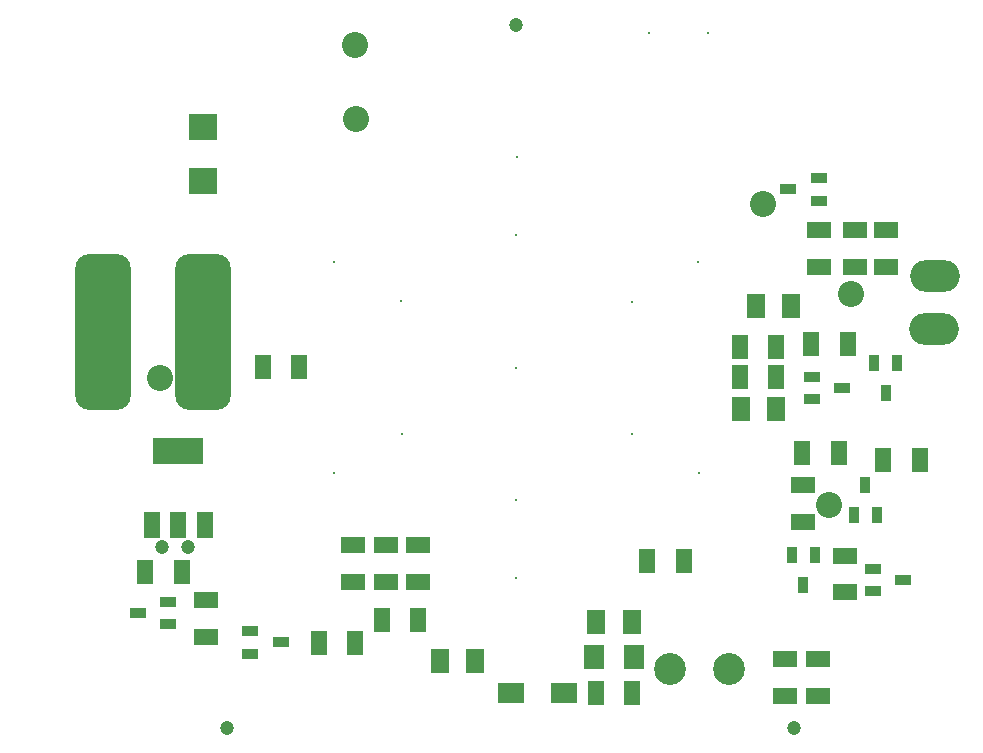
<source format=gts>
G04 Layer_Color=8388736*
%FSLAX44Y44*%
%MOMM*%
G71*
G01*
G75*
%ADD58C,1.2032*%
%ADD59R,1.3532X2.0532*%
%ADD60O,4.2032X2.7032*%
%ADD61R,2.2032X1.7532*%
%ADD62R,1.7532X2.0532*%
%ADD63R,1.5532X2.1532*%
%ADD64R,2.0532X1.3532*%
%ADD65R,0.9532X1.3532*%
%ADD66R,1.3532X0.9532*%
%ADD67R,2.3532X2.3032*%
%ADD68R,4.2032X2.2032*%
%ADD69R,1.4032X2.2032*%
G04:AMPARAMS|DCode=70|XSize=4.7032mm|YSize=13.2032mm|CornerRadius=1.2266mm|HoleSize=0mm|Usage=FLASHONLY|Rotation=180.000|XOffset=0mm|YOffset=0mm|HoleType=Round|Shape=RoundedRectangle|*
%AMROUNDEDRECTD70*
21,1,4.7032,10.7500,0,0,180.0*
21,1,2.2500,13.2032,0,0,180.0*
1,1,2.4532,-1.1250,5.3750*
1,1,2.4532,1.1250,5.3750*
1,1,2.4532,1.1250,-5.3750*
1,1,2.4532,-1.1250,-5.3750*
%
%ADD70ROUNDEDRECTD70*%
%ADD71C,2.2032*%
%ADD72C,0.2032*%
%ADD73C,2.7032*%
D58*
X0Y290000D02*
D03*
X235000Y-305000D02*
D03*
X-245000D02*
D03*
X-278000Y-151500D02*
D03*
X-300000Y-151750D02*
D03*
D59*
X-184000Y500D02*
D03*
X-215000D02*
D03*
X67000Y-275000D02*
D03*
X98000D02*
D03*
X110500Y-164000D02*
D03*
X141500D02*
D03*
X273000Y-72500D02*
D03*
X242000D02*
D03*
X220000Y-7500D02*
D03*
X189000D02*
D03*
X220000Y17500D02*
D03*
X189000D02*
D03*
X280500Y20000D02*
D03*
X249500D02*
D03*
X341500Y-78000D02*
D03*
X310500D02*
D03*
X-114000Y-214000D02*
D03*
X-83000D02*
D03*
X-314500Y-173000D02*
D03*
X-283500D02*
D03*
X-167500Y-233000D02*
D03*
X-136500D02*
D03*
D60*
X353750Y32750D02*
D03*
X354000Y78000D02*
D03*
D61*
X-5000Y-275000D02*
D03*
X40000D02*
D03*
D62*
X99250Y-245000D02*
D03*
X65750Y-245000D02*
D03*
D63*
X97500Y-215000D02*
D03*
X67500Y-215000D02*
D03*
X220000Y-35000D02*
D03*
X190000D02*
D03*
X202500Y52500D02*
D03*
X232500Y52500D02*
D03*
X-35000Y-248000D02*
D03*
X-65000Y-248000D02*
D03*
D64*
X255000Y-247000D02*
D03*
Y-278000D02*
D03*
X227500Y-247000D02*
D03*
Y-278000D02*
D03*
X278000Y-159000D02*
D03*
Y-190000D02*
D03*
X242500Y-99500D02*
D03*
Y-130500D02*
D03*
X313000Y116500D02*
D03*
Y85500D02*
D03*
X287000Y116500D02*
D03*
Y85500D02*
D03*
X256000Y116500D02*
D03*
Y85500D02*
D03*
X-138000Y-150500D02*
D03*
Y-181500D02*
D03*
X-83000Y-150500D02*
D03*
Y-181500D02*
D03*
X-110500Y-150500D02*
D03*
Y-181500D02*
D03*
X-262500Y-197000D02*
D03*
Y-228000D02*
D03*
D65*
X252500Y-158250D02*
D03*
X233500D02*
D03*
X243000Y-183750D02*
D03*
X286000Y-125000D02*
D03*
X305000D02*
D03*
X295500Y-99500D02*
D03*
X322000Y4000D02*
D03*
X303000Y4000D02*
D03*
X312500Y-21500D02*
D03*
D66*
X302000Y-170000D02*
D03*
X302000Y-189000D02*
D03*
X327500Y-179500D02*
D03*
X250000Y-7500D02*
D03*
Y-26500D02*
D03*
X275500Y-17000D02*
D03*
X255750Y141500D02*
D03*
X255750Y160500D02*
D03*
X230250Y151000D02*
D03*
X-294750Y-217000D02*
D03*
Y-198000D02*
D03*
X-320250Y-207500D02*
D03*
X-225250Y-223000D02*
D03*
X-225250Y-242000D02*
D03*
X-199750Y-232500D02*
D03*
D67*
X-265250Y157750D02*
D03*
X-265250Y203750D02*
D03*
D68*
X-286250Y-70750D02*
D03*
D69*
X-263750Y-133250D02*
D03*
X-286250D02*
D03*
X-308750D02*
D03*
D70*
X-350500Y30001D02*
D03*
X-265500D02*
D03*
D71*
X-136250Y211000D02*
D03*
X-137000Y273500D02*
D03*
X346000Y78000D02*
D03*
Y33000D02*
D03*
X-302000Y-8500D02*
D03*
X-345000Y47500D02*
D03*
X209000Y139000D02*
D03*
X283000Y62000D02*
D03*
X265000Y-116000D02*
D03*
D72*
X112000Y283750D02*
D03*
X162000D02*
D03*
X0Y0D02*
D03*
Y112500D02*
D03*
X-97500Y56500D02*
D03*
X-97250Y-56147D02*
D03*
X0Y-112250D02*
D03*
X97428Y-56250D02*
D03*
X97750Y56000D02*
D03*
X-154081Y89412D02*
D03*
X250Y178000D02*
D03*
X154000Y89250D02*
D03*
X154250Y-88750D02*
D03*
X0Y-178000D02*
D03*
X-154250Y-89250D02*
D03*
D73*
X180000Y-255000D02*
D03*
X130000D02*
D03*
M02*

</source>
